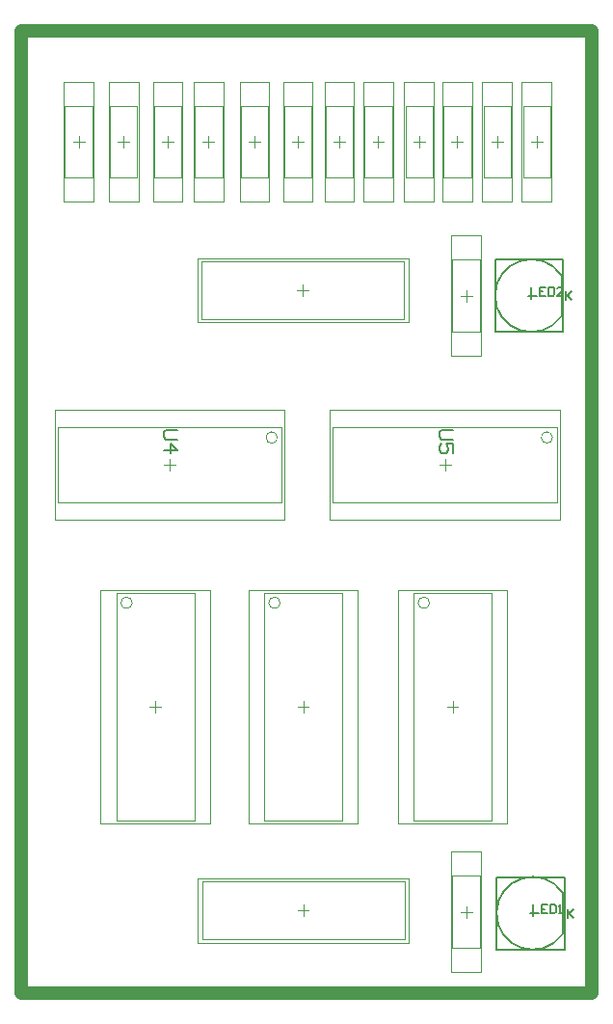
<source format=gbo>
G04*
G04 #@! TF.GenerationSoftware,Altium Limited,Altium Designer,22.9.1 (49)*
G04*
G04 Layer_Color=32896*
%FSLAX44Y44*%
%MOMM*%
G71*
G04*
G04 #@! TF.SameCoordinates,73C1D453-A157-4A54-B1A5-12706931D713*
G04*
G04*
G04 #@! TF.FilePolarity,Positive*
G04*
G01*
G75*
%ADD10C,0.2000*%
%ADD13C,0.1524*%
%ADD15C,1.2000*%
%ADD16C,0.1500*%
%ADD17C,0.1000*%
%ADD18C,0.0500*%
D10*
X688340Y501650D02*
X748030D01*
Y438150D02*
Y501650D01*
X688340Y438150D02*
X748030D01*
X688340D02*
Y501650D01*
X687070Y1043940D02*
X746760D01*
Y980440D02*
Y1043940D01*
X687070Y980440D02*
X746760D01*
X687070D02*
Y1043940D01*
X746760Y487680D02*
G03*
X746255Y451440I-26526J-17754D01*
G01*
X745490Y1029970D02*
G03*
X744985Y993730I-26526J-17754D01*
G01*
X746760Y452120D02*
Y487680D01*
X717550Y469900D02*
X722630D01*
X720090Y467360D02*
Y472440D01*
X745490Y994410D02*
Y1029970D01*
X716280Y1012190D02*
X721360D01*
X718820Y1009650D02*
Y1014730D01*
D13*
X720090Y477518D02*
Y469900D01*
X725168D01*
X732786Y477518D02*
X727708D01*
Y469900D01*
X732786D01*
X727708Y473709D02*
X730247D01*
X735325Y477518D02*
Y469900D01*
X739134D01*
X740403Y471170D01*
Y476248D01*
X739134Y477518D01*
X735325D01*
X742943Y469900D02*
X745482D01*
X744212D01*
Y477518D01*
X742943Y476248D01*
X750570Y473708D02*
Y466090D01*
Y468629D01*
X755648Y473708D01*
X751840Y469899D01*
X755648Y466090D01*
X718820Y1019808D02*
Y1012190D01*
X723898D01*
X731516Y1019808D02*
X726438D01*
Y1012190D01*
X731516D01*
X726438Y1015999D02*
X728977D01*
X734055Y1019808D02*
Y1012190D01*
X737864D01*
X739133Y1013460D01*
Y1018538D01*
X737864Y1019808D01*
X734055D01*
X746751Y1012190D02*
X741673D01*
X746751Y1017268D01*
Y1018538D01*
X745481Y1019808D01*
X742942D01*
X741673Y1018538D01*
X749300Y1015997D02*
Y1008380D01*
Y1010919D01*
X754378Y1015997D01*
X750570Y1012189D01*
X754378Y1008380D01*
D15*
X271056Y400050D02*
Y1244600D01*
Y400050D02*
X772160D01*
Y1244600D01*
X271056D02*
X772160D01*
D16*
X650026Y894080D02*
X640029D01*
X638030Y892081D01*
Y888082D01*
X640029Y886083D01*
X650026D01*
Y874087D02*
Y882084D01*
X644028D01*
X646027Y878085D01*
Y876086D01*
X644028Y874087D01*
X640029D01*
X638030Y876086D01*
Y880085D01*
X640029Y882084D01*
X408236Y894080D02*
X398239D01*
X396240Y892081D01*
Y888082D01*
X398239Y886083D01*
X408236D01*
X396240Y876086D02*
X408236D01*
X402238Y882084D01*
Y874087D01*
D17*
X737610Y887600D02*
G03*
X737610Y887600I-5000J0D01*
G01*
X495820D02*
G03*
X495820Y887600I-5000J0D01*
G01*
X629544Y742510D02*
G03*
X629544Y742510I-5000J0D01*
G01*
X498279D02*
G03*
X498279Y742510I-5000J0D01*
G01*
X368370D02*
G03*
X368370Y742510I-5000J0D01*
G01*
X649670Y439670D02*
X673670D01*
X649670D02*
Y502670D01*
X673670Y439670D02*
Y502670D01*
X649670D02*
X673670D01*
X649670Y980690D02*
X673670D01*
X649670D02*
Y1043690D01*
X673670Y980690D02*
Y1043690D01*
X649670D02*
X673670D01*
X544609Y896600D02*
X741610D01*
X544609Y830600D02*
X741610D01*
Y896600D01*
X544609Y830600D02*
Y896600D01*
X302820D02*
X499820D01*
X302820Y830600D02*
X499820D01*
Y896600D01*
X302820Y830600D02*
Y896600D01*
X615544Y551510D02*
Y751510D01*
X684044Y551510D02*
Y751510D01*
X615544D02*
X684044D01*
X615544Y551510D02*
X684044D01*
X484279D02*
Y751510D01*
X552779Y551510D02*
Y751510D01*
X484279D02*
X552779D01*
X484279Y551510D02*
X552779D01*
X354370D02*
Y751510D01*
X422870Y551510D02*
Y751510D01*
X354370D02*
X422870D01*
X354370Y551510D02*
X422870D01*
X711561Y1178860D02*
X735561D01*
Y1115860D02*
Y1178860D01*
X711561Y1115860D02*
Y1178860D01*
Y1115860D02*
X735561D01*
X309370Y1178860D02*
X333370D01*
Y1115860D02*
Y1178860D01*
X309370Y1115860D02*
Y1178860D01*
Y1115860D02*
X333370D01*
X676880Y1178860D02*
X700880D01*
Y1115860D02*
Y1178860D01*
X676880Y1115860D02*
Y1178860D01*
Y1115860D02*
X700880D01*
X348829Y1178860D02*
X372829D01*
Y1115860D02*
Y1178860D01*
X348829Y1115860D02*
Y1178860D01*
Y1115860D02*
X372829D01*
X641866Y1178860D02*
X665866D01*
Y1115860D02*
Y1178860D01*
X641866Y1115860D02*
Y1178860D01*
Y1115860D02*
X665866D01*
X387619Y1178860D02*
X411619D01*
Y1115860D02*
Y1178860D01*
X387619Y1115860D02*
Y1178860D01*
Y1115860D02*
X411619D01*
X608343Y1178860D02*
X632343D01*
Y1115860D02*
Y1178860D01*
X608343Y1115860D02*
Y1178860D01*
Y1115860D02*
X632343D01*
X423379Y1178860D02*
X447379D01*
Y1115860D02*
Y1178860D01*
X423379Y1115860D02*
Y1178860D01*
Y1115860D02*
X447379D01*
X572486Y1178860D02*
X596486D01*
Y1115860D02*
Y1178860D01*
X572486Y1115860D02*
Y1178860D01*
Y1115860D02*
X596486D01*
X463688Y1178860D02*
X487688D01*
Y1115860D02*
Y1178860D01*
X463688Y1115860D02*
Y1178860D01*
Y1115860D02*
X487688D01*
X538231Y1178860D02*
X562231D01*
Y1115860D02*
Y1178860D01*
X538231Y1115860D02*
Y1178860D01*
Y1115860D02*
X562231D01*
X501739Y1178860D02*
X525739D01*
Y1115860D02*
Y1178860D01*
X501739Y1115860D02*
Y1178860D01*
Y1115860D02*
X525739D01*
X429629Y497699D02*
X607429D01*
Y446899D02*
Y497699D01*
X429629Y446899D02*
X607429D01*
X429629D02*
Y497699D01*
X429486Y1042371D02*
X607286D01*
Y991571D02*
Y1042371D01*
X429486Y991571D02*
X607286D01*
X429486D02*
Y1042371D01*
X656670Y471170D02*
X666670D01*
X661670Y466170D02*
Y476170D01*
X656670Y1012190D02*
X666670D01*
X661670Y1007190D02*
Y1017190D01*
X643110Y858600D02*
Y868600D01*
X638110Y863600D02*
X648109D01*
X401320Y858600D02*
Y868600D01*
X396320Y863600D02*
X406320D01*
X644794Y651510D02*
X654794D01*
X649794Y646510D02*
Y656510D01*
X513529Y651510D02*
X523529D01*
X518529Y646510D02*
Y656510D01*
X383620Y651510D02*
X393620D01*
X388620Y646510D02*
Y656510D01*
X723561Y1142360D02*
Y1152360D01*
X718561Y1147360D02*
X728561D01*
X321371Y1142360D02*
Y1152360D01*
X316371Y1147360D02*
X326371D01*
X688880Y1142360D02*
Y1152360D01*
X683880Y1147360D02*
X693880D01*
X360829Y1142360D02*
Y1152360D01*
X355830Y1147360D02*
X365830D01*
X653866Y1142360D02*
Y1152360D01*
X648866Y1147360D02*
X658866D01*
X399619Y1142360D02*
Y1152360D01*
X394619Y1147360D02*
X404619D01*
X620343Y1142360D02*
Y1152360D01*
X615343Y1147360D02*
X625343D01*
X435379Y1142360D02*
Y1152360D01*
X430379Y1147360D02*
X440379D01*
X584486Y1142360D02*
Y1152360D01*
X579486Y1147360D02*
X589486D01*
X475688Y1142360D02*
Y1152360D01*
X470688Y1147360D02*
X480688D01*
X550231Y1142360D02*
Y1152360D01*
X545231Y1147360D02*
X555231D01*
X513739Y1142360D02*
Y1152360D01*
X508739Y1147360D02*
X518739D01*
D18*
X648670Y523920D02*
X674670D01*
X648670Y418420D02*
Y523920D01*
X674670Y418420D02*
Y523920D01*
X648670Y418420D02*
X674670D01*
X648670Y1064940D02*
X674670D01*
X648670Y959440D02*
Y1064940D01*
X674670Y959440D02*
Y1064940D01*
X648670Y959440D02*
X674670D01*
X542110Y912100D02*
X744110D01*
X542110Y815100D02*
X744110D01*
Y912100D01*
X542110Y815100D02*
Y912100D01*
X300320D02*
X502320D01*
X300320Y815100D02*
X502320D01*
Y912100D01*
X300320Y815100D02*
Y912100D01*
X601794Y549010D02*
Y754010D01*
X697794Y549010D02*
Y754010D01*
X601794D02*
X697794D01*
X601794Y549010D02*
X697794D01*
X470529D02*
Y754010D01*
X566529Y549010D02*
Y754010D01*
X470529D02*
X566529D01*
X470529Y549010D02*
X566529D01*
X340620D02*
Y754010D01*
X436620Y549010D02*
Y754010D01*
X340620D02*
X436620D01*
X340620Y549010D02*
X436620D01*
X710560Y1094610D02*
X736561D01*
Y1200110D01*
X710560Y1094610D02*
Y1200110D01*
X736561D01*
X308370Y1094610D02*
X334371D01*
Y1200110D01*
X308370Y1094610D02*
Y1200110D01*
X334371D01*
X675880Y1094610D02*
X701880D01*
Y1200110D01*
X675880Y1094610D02*
Y1200110D01*
X701880D01*
X347829Y1094610D02*
X373830D01*
Y1200110D01*
X347829Y1094610D02*
Y1200110D01*
X373830D01*
X640866Y1094610D02*
X666866D01*
Y1200110D01*
X640866Y1094610D02*
Y1200110D01*
X666866D01*
X386619Y1094610D02*
X412619D01*
Y1200110D01*
X386619Y1094610D02*
Y1200110D01*
X412619D01*
X607343Y1094610D02*
X633343D01*
Y1200110D01*
X607343Y1094610D02*
Y1200110D01*
X633343D01*
X422379Y1094610D02*
X448379D01*
Y1200110D01*
X422379Y1094610D02*
Y1200110D01*
X448379D01*
X571486Y1094610D02*
X597486D01*
Y1200110D01*
X571486Y1094610D02*
Y1200110D01*
X597486D01*
X462688Y1094610D02*
X488688D01*
Y1200110D01*
X462688Y1094610D02*
Y1200110D01*
X488688D01*
X537231Y1094610D02*
X563231D01*
Y1200110D01*
X537231Y1094610D02*
Y1200110D01*
X563231D01*
X500739Y1094610D02*
X526739D01*
Y1200110D01*
X500739Y1094610D02*
Y1200110D01*
X526739D01*
X426129Y444149D02*
Y500449D01*
Y444149D02*
X610929D01*
Y500449D01*
X426129D02*
X610929D01*
X518529Y467299D02*
Y477299D01*
X513529Y472299D02*
X523529D01*
X425985Y988821D02*
Y1045121D01*
Y988821D02*
X610786D01*
Y1045121D01*
X425985D02*
X610786D01*
X518386Y1011971D02*
Y1021971D01*
X513386Y1016971D02*
X523386D01*
M02*

</source>
